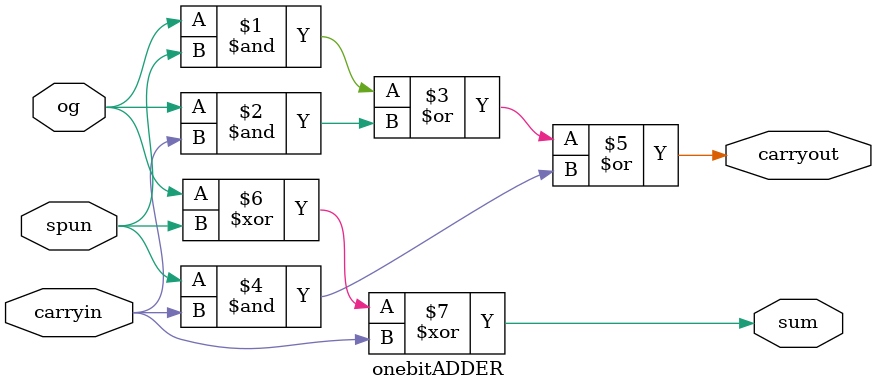
<source format=v>
module playerCOIN(maxbetselectorBUTTON,ogScore, newScore);

    // Inputs
	 
	 //button that selects if max bet or single bet
    input maxbetselectorBUTTON;
    
	 //current player score passed into function
	 input [16:0] ogScore;
    
    // Output new score
    output [16:0] newScore;
    
    // Internal wire for selected subtraction output
    wire [16:0] subtractedScore;

    // Instantiate the 2-to-1 MUX to select between max and single bet subtraction
    twotooneMUX U1 (maxbetselectorBUTTON, ogScore, subtractedScore);

    assign newScore = subtractedScore;

endmodule


module twotooneMUX(Button, inputscore, outputscore);

    // Inputs and Outputs
    input Button;
    input [16:0] inputscore;
    output [16:0] outputscore;

    // Internal wire to hold the output of the selected subtractor
    wire [16:0] outS_single, outS_max;

    // Instantiate single bet and max bet subtractors
    singlebetSubtractor M1 (inputscore, outS_single);
    maxbetsubtractor M0 (inputscore, outS_max);

    // Select output based on Button value
    assign outputscore = (Button) ? outS_max : outS_single;

endmodule


module singlebetSubtractor(is, outS);

    // Inputs and Outputs
    input [16:0] is;
    output [16:0] outS;

    // Two's complement of 1 (to subtract 1)
    wire [16:0] TwosComplement = 17'b11111111111111111;
    wire [16:0] newNUM;

    // Instantiate 17-bit adder to perform subtraction by adding two's complement of 1
    seventeenbitadder U_add (TwosComplement, is, newNUM);

    assign outS = newNUM;

endmodule


module maxbetsubtractor(is, outS);

//ASSUMING THE MAX BET IS 5

    // Inputs and Outputs
    input [16:0] is;
    output [16:0] outS;

    // Two's complement of 5 (to subtract 5)
    wire [16:0] TwosComplement = 17'b11111111111110111;
    wire [16:0] newNUM;

    // Instantiate 17-bit adder to perform subtraction by adding two's complement of 5
    seventeenbitadder U_add (TwosComplement, is, newNUM);

    assign outS = newNUM;

endmodule

// 17-bit adder module to be used in the subtractor modules
module seventeenbitadder(TwosComplement, is, Newpscore);
    // 17-bit adder

    input [16:0] is, TwosComplement;
    output [16:0] Newpscore;

    wire [16:0] sum;                    // Sum output from each one-bit adder
    wire carryOUT1, carryOUT2, carryOUT3, carryOUT4, carryOUT5, carryOUT6, carryOUT7;
    wire carryOUT8, carryOUT9, carryOUT10, carryOUT11, carryOUT12, carryOUT13, carryOUT14;
    wire carryOUT15, carryOUT16, carryOUT17;

    // Instantiate one-bit adders for each bit
    onebitADDER U0 (is[0], TwosComplement[0], 1'b0,      sum[0],  carryOUT1);
    onebitADDER U1 (is[1], TwosComplement[1], carryOUT1, sum[1],  carryOUT2);
    onebitADDER U2 (is[2], TwosComplement[2], carryOUT2, sum[2],  carryOUT3);
    onebitADDER U3 (is[3], TwosComplement[3], carryOUT3, sum[3],  carryOUT4);
    onebitADDER U4 (is[4], TwosComplement[4], carryOUT4, sum[4],  carryOUT5);
    onebitADDER U5 (is[5], TwosComplement[5], carryOUT5, sum[5],  carryOUT6);
    onebitADDER U6 (is[6], TwosComplement[6], carryOUT6, sum[6],  carryOUT7);
    onebitADDER U7 (is[7], TwosComplement[7], carryOUT7, sum[7],  carryOUT8);
    onebitADDER U8 (is[8], TwosComplement[8], carryOUT8, sum[8],  carryOUT9);
    onebitADDER U9 (is[9], TwosComplement[9], carryOUT9, sum[9],  carryOUT10);
    onebitADDER U10 (is[10], TwosComplement[10], carryOUT10, sum[10], carryOUT11);
    onebitADDER U11 (is[11], TwosComplement[11], carryOUT11, sum[11], carryOUT12);
    onebitADDER U12 (is[12], TwosComplement[12], carryOUT12, sum[12], carryOUT13);
    onebitADDER U13 (is[13], TwosComplement[13], carryOUT13, sum[13], carryOUT14);
    onebitADDER U14 (is[14], TwosComplement[14], carryOUT14, sum[14], carryOUT15);
    onebitADDER U15 (is[15], TwosComplement[15], carryOUT15, sum[15], carryOUT16);
    onebitADDER U16 (is[16], TwosComplement[16], carryOUT16, sum[16], carryOUT17);

    // Assign final sum to output
    assign Newpscore = sum;

endmodule

// One-bit full adder module
module onebitADDER(input og, input spun, input carryin, output sum, output carryout);
    // Sum and carry-out logic for a single bit adder
    assign carryout = (og & spun) | (og & carryin) | (spun & carryin);
    assign sum = og ^ spun ^ carryin;
endmodule




</source>
